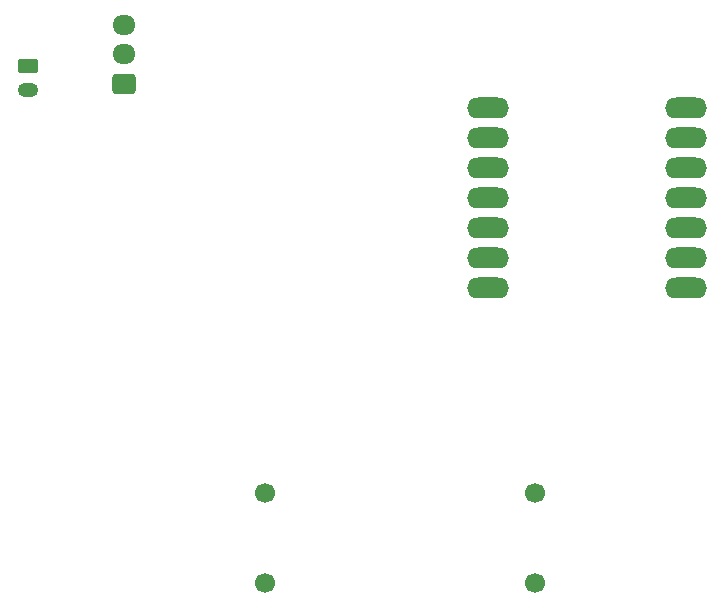
<source format=gbr>
%TF.GenerationSoftware,KiCad,Pcbnew,8.0.8*%
%TF.CreationDate,2025-02-21T00:42:49-08:00*%
%TF.ProjectId,jazmyn_hwsw,6a617a6d-796e-45f6-9877-73772e6b6963,rev?*%
%TF.SameCoordinates,Original*%
%TF.FileFunction,Copper,L2,Bot*%
%TF.FilePolarity,Positive*%
%FSLAX46Y46*%
G04 Gerber Fmt 4.6, Leading zero omitted, Abs format (unit mm)*
G04 Created by KiCad (PCBNEW 8.0.8) date 2025-02-21 00:42:49*
%MOMM*%
%LPD*%
G01*
G04 APERTURE LIST*
G04 Aperture macros list*
%AMRoundRect*
0 Rectangle with rounded corners*
0 $1 Rounding radius*
0 $2 $3 $4 $5 $6 $7 $8 $9 X,Y pos of 4 corners*
0 Add a 4 corners polygon primitive as box body*
4,1,4,$2,$3,$4,$5,$6,$7,$8,$9,$2,$3,0*
0 Add four circle primitives for the rounded corners*
1,1,$1+$1,$2,$3*
1,1,$1+$1,$4,$5*
1,1,$1+$1,$6,$7*
1,1,$1+$1,$8,$9*
0 Add four rect primitives between the rounded corners*
20,1,$1+$1,$2,$3,$4,$5,0*
20,1,$1+$1,$4,$5,$6,$7,0*
20,1,$1+$1,$6,$7,$8,$9,0*
20,1,$1+$1,$8,$9,$2,$3,0*%
G04 Aperture macros list end*
%TA.AperFunction,ComponentPad*%
%ADD10RoundRect,0.250000X0.725000X-0.600000X0.725000X0.600000X-0.725000X0.600000X-0.725000X-0.600000X0*%
%TD*%
%TA.AperFunction,ComponentPad*%
%ADD11O,1.950000X1.700000*%
%TD*%
%TA.AperFunction,ComponentPad*%
%ADD12RoundRect,0.250000X-0.625000X0.350000X-0.625000X-0.350000X0.625000X-0.350000X0.625000X0.350000X0*%
%TD*%
%TA.AperFunction,ComponentPad*%
%ADD13O,1.750000X1.200000*%
%TD*%
%TA.AperFunction,ComponentPad*%
%ADD14O,3.556000X1.778000*%
%TD*%
%TA.AperFunction,ComponentPad*%
%ADD15C,1.700000*%
%TD*%
G04 APERTURE END LIST*
D10*
%TO.P,SW1,1,A*%
%TO.N,unconnected-(SW1-A-Pad1)*%
X107650000Y-69000000D03*
D11*
%TO.P,SW1,2,B*%
%TO.N,Net-(BT1-+)*%
X107650000Y-66500000D03*
%TO.P,SW1,3,C*%
%TO.N,Net-(J1-Pin_1)*%
X107650000Y-64000000D03*
%TD*%
D12*
%TO.P,BT1,1,+*%
%TO.N,Net-(BT1-+)*%
X99500000Y-67500000D03*
D13*
%TO.P,BT1,2,-*%
%TO.N,GND*%
X99500000Y-69500000D03*
%TD*%
D14*
%TO.P,U1,1,GPIO1_A0_D0*%
%TO.N,Net-(U1-GPIO1_A0_D0)*%
X155262000Y-71050000D03*
%TO.P,U1,2,GPIO2_A1_D1*%
%TO.N,Net-(M1--)*%
X155262000Y-73590000D03*
%TO.P,U1,3,GPIO3_A2_D2*%
%TO.N,Net-(U1-GPIO3_A2_D2)*%
X155262000Y-76130000D03*
%TO.P,U1,4,GPIO4_A3_D3*%
%TO.N,Net-(U1-GPIO4_A3_D3)*%
X155262000Y-78670000D03*
%TO.P,U1,5,GPIO4_A3_D3_SDA*%
%TO.N,unconnected-(U1-GPIO4_A3_D3_SDA-Pad5)*%
X155262000Y-81210000D03*
%TO.P,U1,6,GPIO6_A5_D5_SCL*%
%TO.N,unconnected-(U1-GPIO6_A5_D5_SCL-Pad6)*%
X155262000Y-83750000D03*
%TO.P,U1,7,GPIO43_TX_D6*%
%TO.N,unconnected-(U1-GPIO43_TX_D6-Pad7)*%
X155262000Y-86290000D03*
%TO.P,U1,8,5V*%
%TO.N,Net-(J1-Pin_1)*%
X138498000Y-71050000D03*
%TO.P,U1,9,GND*%
%TO.N,GND*%
X138498000Y-73590000D03*
%TO.P,U1,10,3V3*%
%TO.N,unconnected-(U1-3V3-Pad10)*%
X138498000Y-76130000D03*
%TO.P,U1,11,GPIO9_A10_D10_COPI*%
%TO.N,unconnected-(U1-GPIO9_A10_D10_COPI-Pad11)*%
X138498000Y-78670000D03*
%TO.P,U1,12,GPIO8_A9_D9_CIPO*%
%TO.N,unconnected-(U1-GPIO8_A9_D9_CIPO-Pad12)*%
X138498000Y-81210000D03*
%TO.P,U1,13,GPIO7_A8_D8_SCK*%
%TO.N,Net-(U1-GPIO7_A8_D8_SCK)*%
X138498000Y-83750000D03*
%TO.P,U1,14,GPIO44_D7_RX*%
%TO.N,unconnected-(U1-GPIO44_D7_RX-Pad14)*%
X138498000Y-86290000D03*
%TD*%
D15*
%TO.P,M1,1*%
%TO.N,Net-(U1-GPIO1_A0_D0)*%
X119570000Y-103690000D03*
%TO.P,M1,2,-*%
%TO.N,Net-(M1--)*%
X119570000Y-111310000D03*
%TO.P,M1,3*%
%TO.N,Net-(U1-GPIO3_A2_D2)*%
X142430000Y-111310000D03*
%TO.P,M1,4*%
%TO.N,Net-(U1-GPIO4_A3_D3)*%
X142430000Y-103690000D03*
%TD*%
M02*

</source>
